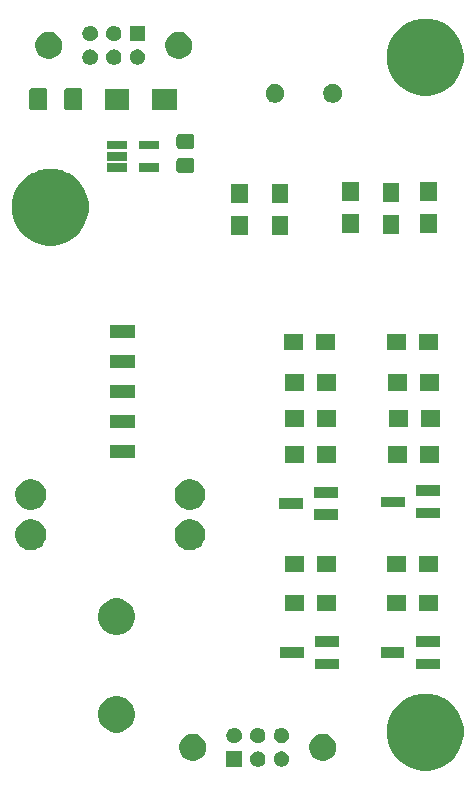
<source format=gbs>
G04 #@! TF.GenerationSoftware,KiCad,Pcbnew,(5.0.0-3-g5ebb6b6)*
G04 #@! TF.CreationDate,2019-01-13T18:40:12-08:00*
G04 #@! TF.ProjectId,vent,76656E742E6B696361645F7063620000,rev?*
G04 #@! TF.SameCoordinates,Original*
G04 #@! TF.FileFunction,Soldermask,Bot*
G04 #@! TF.FilePolarity,Negative*
%FSLAX46Y46*%
G04 Gerber Fmt 4.6, Leading zero omitted, Abs format (unit mm)*
G04 Created by KiCad (PCBNEW (5.0.0-3-g5ebb6b6)) date Sunday, January 13, 2019 at 06:40:12 PM*
%MOMM*%
%LPD*%
G01*
G04 APERTURE LIST*
%ADD10C,0.100000*%
G04 APERTURE END LIST*
D10*
G36*
X166048223Y-118794127D02*
X166609709Y-119026702D01*
X166639833Y-119039180D01*
X167172261Y-119394936D01*
X167625064Y-119847739D01*
X167892682Y-120248259D01*
X167980821Y-120380169D01*
X168225873Y-120971777D01*
X168350800Y-121599824D01*
X168350800Y-122240176D01*
X168246061Y-122766732D01*
X168225873Y-122868223D01*
X167980820Y-123459833D01*
X167625064Y-123992261D01*
X167172261Y-124445064D01*
X166639833Y-124800820D01*
X166639832Y-124800821D01*
X166639831Y-124800821D01*
X166048223Y-125045873D01*
X165420176Y-125170800D01*
X164779824Y-125170800D01*
X164151777Y-125045873D01*
X163560169Y-124800821D01*
X163560168Y-124800821D01*
X163560167Y-124800820D01*
X163027739Y-124445064D01*
X162574936Y-123992261D01*
X162219180Y-123459833D01*
X161974127Y-122868223D01*
X161953939Y-122766732D01*
X161849200Y-122240176D01*
X161849200Y-121599824D01*
X161974127Y-120971777D01*
X162219179Y-120380169D01*
X162307318Y-120248259D01*
X162574936Y-119847739D01*
X163027739Y-119394936D01*
X163560167Y-119039180D01*
X163590292Y-119026702D01*
X164151777Y-118794127D01*
X164779824Y-118669200D01*
X165420176Y-118669200D01*
X166048223Y-118794127D01*
X166048223Y-118794127D01*
G37*
G36*
X151104831Y-123564210D02*
X151223269Y-123613268D01*
X151223273Y-123613271D01*
X151329858Y-123684488D01*
X151420512Y-123775142D01*
X151474108Y-123855356D01*
X151491732Y-123881731D01*
X151540790Y-124000169D01*
X151565800Y-124125902D01*
X151565800Y-124254098D01*
X151540790Y-124379831D01*
X151491732Y-124498269D01*
X151491729Y-124498273D01*
X151420512Y-124604858D01*
X151329858Y-124695512D01*
X151249644Y-124749108D01*
X151223269Y-124766732D01*
X151104831Y-124815790D01*
X150979098Y-124840800D01*
X150850902Y-124840800D01*
X150725169Y-124815790D01*
X150606731Y-124766732D01*
X150580356Y-124749108D01*
X150500142Y-124695512D01*
X150409488Y-124604858D01*
X150338271Y-124498273D01*
X150338268Y-124498269D01*
X150289210Y-124379831D01*
X150264200Y-124254098D01*
X150264200Y-124125902D01*
X150289210Y-124000169D01*
X150338268Y-123881731D01*
X150355892Y-123855356D01*
X150409488Y-123775142D01*
X150500142Y-123684488D01*
X150606727Y-123613271D01*
X150606731Y-123613268D01*
X150725169Y-123564210D01*
X150850902Y-123539200D01*
X150979098Y-123539200D01*
X151104831Y-123564210D01*
X151104831Y-123564210D01*
G37*
G36*
X149565800Y-124840800D02*
X148264200Y-124840800D01*
X148264200Y-123539200D01*
X149565800Y-123539200D01*
X149565800Y-124840800D01*
X149565800Y-124840800D01*
G37*
G36*
X153104831Y-123564210D02*
X153223269Y-123613268D01*
X153223273Y-123613271D01*
X153329858Y-123684488D01*
X153420512Y-123775142D01*
X153474108Y-123855356D01*
X153491732Y-123881731D01*
X153540790Y-124000169D01*
X153565800Y-124125902D01*
X153565800Y-124254098D01*
X153540790Y-124379831D01*
X153491732Y-124498269D01*
X153491729Y-124498273D01*
X153420512Y-124604858D01*
X153329858Y-124695512D01*
X153249644Y-124749108D01*
X153223269Y-124766732D01*
X153104831Y-124815790D01*
X152979098Y-124840800D01*
X152850902Y-124840800D01*
X152725169Y-124815790D01*
X152606731Y-124766732D01*
X152580356Y-124749108D01*
X152500142Y-124695512D01*
X152409488Y-124604858D01*
X152338271Y-124498273D01*
X152338268Y-124498269D01*
X152289210Y-124379831D01*
X152264200Y-124254098D01*
X152264200Y-124125902D01*
X152289210Y-124000169D01*
X152338268Y-123881731D01*
X152355892Y-123855356D01*
X152409488Y-123775142D01*
X152500142Y-123684488D01*
X152606727Y-123613271D01*
X152606731Y-123613268D01*
X152725169Y-123564210D01*
X152850902Y-123539200D01*
X152979098Y-123539200D01*
X153104831Y-123564210D01*
X153104831Y-123564210D01*
G37*
G36*
X145583549Y-122050181D02*
X145750674Y-122083424D01*
X145750677Y-122083425D01*
X145750676Y-122083425D01*
X145960108Y-122170174D01*
X146148592Y-122296115D01*
X146308885Y-122456408D01*
X146434826Y-122644892D01*
X146485292Y-122766729D01*
X146521576Y-122854326D01*
X146565800Y-123076657D01*
X146565800Y-123303343D01*
X146521576Y-123525674D01*
X146521575Y-123525676D01*
X146434826Y-123735108D01*
X146308885Y-123923592D01*
X146148592Y-124083885D01*
X145960108Y-124209826D01*
X145769303Y-124288859D01*
X145750674Y-124296576D01*
X145583549Y-124329819D01*
X145528344Y-124340800D01*
X145301656Y-124340800D01*
X145246451Y-124329819D01*
X145079326Y-124296576D01*
X145060697Y-124288859D01*
X144869892Y-124209826D01*
X144681408Y-124083885D01*
X144521115Y-123923592D01*
X144395174Y-123735108D01*
X144308425Y-123525676D01*
X144308424Y-123525674D01*
X144264200Y-123303343D01*
X144264200Y-123076657D01*
X144308424Y-122854326D01*
X144344708Y-122766729D01*
X144395174Y-122644892D01*
X144521115Y-122456408D01*
X144681408Y-122296115D01*
X144869892Y-122170174D01*
X145079324Y-122083425D01*
X145079323Y-122083425D01*
X145079326Y-122083424D01*
X145246451Y-122050181D01*
X145301656Y-122039200D01*
X145528344Y-122039200D01*
X145583549Y-122050181D01*
X145583549Y-122050181D01*
G37*
G36*
X156583549Y-122050181D02*
X156750674Y-122083424D01*
X156750677Y-122083425D01*
X156750676Y-122083425D01*
X156960108Y-122170174D01*
X157148592Y-122296115D01*
X157308885Y-122456408D01*
X157434826Y-122644892D01*
X157485292Y-122766729D01*
X157521576Y-122854326D01*
X157565800Y-123076657D01*
X157565800Y-123303343D01*
X157521576Y-123525674D01*
X157521575Y-123525676D01*
X157434826Y-123735108D01*
X157308885Y-123923592D01*
X157148592Y-124083885D01*
X156960108Y-124209826D01*
X156769303Y-124288859D01*
X156750674Y-124296576D01*
X156583549Y-124329819D01*
X156528344Y-124340800D01*
X156301656Y-124340800D01*
X156246451Y-124329819D01*
X156079326Y-124296576D01*
X156060697Y-124288859D01*
X155869892Y-124209826D01*
X155681408Y-124083885D01*
X155521115Y-123923592D01*
X155395174Y-123735108D01*
X155308425Y-123525676D01*
X155308424Y-123525674D01*
X155264200Y-123303343D01*
X155264200Y-123076657D01*
X155308424Y-122854326D01*
X155344708Y-122766729D01*
X155395174Y-122644892D01*
X155521115Y-122456408D01*
X155681408Y-122296115D01*
X155869892Y-122170174D01*
X156079324Y-122083425D01*
X156079323Y-122083425D01*
X156079326Y-122083424D01*
X156246451Y-122050181D01*
X156301656Y-122039200D01*
X156528344Y-122039200D01*
X156583549Y-122050181D01*
X156583549Y-122050181D01*
G37*
G36*
X149104831Y-121564210D02*
X149223269Y-121613268D01*
X149223273Y-121613271D01*
X149329858Y-121684488D01*
X149420512Y-121775142D01*
X149474108Y-121855356D01*
X149491732Y-121881731D01*
X149540790Y-122000169D01*
X149565800Y-122125902D01*
X149565800Y-122254098D01*
X149540790Y-122379831D01*
X149491732Y-122498269D01*
X149491729Y-122498273D01*
X149420512Y-122604858D01*
X149329858Y-122695512D01*
X149249644Y-122749108D01*
X149223269Y-122766732D01*
X149104831Y-122815790D01*
X148979098Y-122840800D01*
X148850902Y-122840800D01*
X148725169Y-122815790D01*
X148606731Y-122766732D01*
X148580356Y-122749108D01*
X148500142Y-122695512D01*
X148409488Y-122604858D01*
X148338271Y-122498273D01*
X148338268Y-122498269D01*
X148289210Y-122379831D01*
X148264200Y-122254098D01*
X148264200Y-122125902D01*
X148289210Y-122000169D01*
X148338268Y-121881731D01*
X148355892Y-121855356D01*
X148409488Y-121775142D01*
X148500142Y-121684488D01*
X148606727Y-121613271D01*
X148606731Y-121613268D01*
X148725169Y-121564210D01*
X148850902Y-121539200D01*
X148979098Y-121539200D01*
X149104831Y-121564210D01*
X149104831Y-121564210D01*
G37*
G36*
X151104831Y-121564210D02*
X151223269Y-121613268D01*
X151223273Y-121613271D01*
X151329858Y-121684488D01*
X151420512Y-121775142D01*
X151474108Y-121855356D01*
X151491732Y-121881731D01*
X151540790Y-122000169D01*
X151565800Y-122125902D01*
X151565800Y-122254098D01*
X151540790Y-122379831D01*
X151491732Y-122498269D01*
X151491729Y-122498273D01*
X151420512Y-122604858D01*
X151329858Y-122695512D01*
X151249644Y-122749108D01*
X151223269Y-122766732D01*
X151104831Y-122815790D01*
X150979098Y-122840800D01*
X150850902Y-122840800D01*
X150725169Y-122815790D01*
X150606731Y-122766732D01*
X150580356Y-122749108D01*
X150500142Y-122695512D01*
X150409488Y-122604858D01*
X150338271Y-122498273D01*
X150338268Y-122498269D01*
X150289210Y-122379831D01*
X150264200Y-122254098D01*
X150264200Y-122125902D01*
X150289210Y-122000169D01*
X150338268Y-121881731D01*
X150355892Y-121855356D01*
X150409488Y-121775142D01*
X150500142Y-121684488D01*
X150606727Y-121613271D01*
X150606731Y-121613268D01*
X150725169Y-121564210D01*
X150850902Y-121539200D01*
X150979098Y-121539200D01*
X151104831Y-121564210D01*
X151104831Y-121564210D01*
G37*
G36*
X153104831Y-121564210D02*
X153223269Y-121613268D01*
X153223273Y-121613271D01*
X153329858Y-121684488D01*
X153420512Y-121775142D01*
X153474108Y-121855356D01*
X153491732Y-121881731D01*
X153540790Y-122000169D01*
X153565800Y-122125902D01*
X153565800Y-122254098D01*
X153540790Y-122379831D01*
X153491732Y-122498269D01*
X153491729Y-122498273D01*
X153420512Y-122604858D01*
X153329858Y-122695512D01*
X153249644Y-122749108D01*
X153223269Y-122766732D01*
X153104831Y-122815790D01*
X152979098Y-122840800D01*
X152850902Y-122840800D01*
X152725169Y-122815790D01*
X152606731Y-122766732D01*
X152580356Y-122749108D01*
X152500142Y-122695512D01*
X152409488Y-122604858D01*
X152338271Y-122498273D01*
X152338268Y-122498269D01*
X152289210Y-122379831D01*
X152264200Y-122254098D01*
X152264200Y-122125902D01*
X152289210Y-122000169D01*
X152338268Y-121881731D01*
X152355892Y-121855356D01*
X152409488Y-121775142D01*
X152500142Y-121684488D01*
X152606727Y-121613271D01*
X152606731Y-121613268D01*
X152725169Y-121564210D01*
X152850902Y-121539200D01*
X152979098Y-121539200D01*
X153104831Y-121564210D01*
X153104831Y-121564210D01*
G37*
G36*
X139390352Y-118909796D02*
X139672579Y-119026699D01*
X139926578Y-119196415D01*
X140142585Y-119412422D01*
X140312301Y-119666421D01*
X140429204Y-119948648D01*
X140488800Y-120248259D01*
X140488800Y-120553741D01*
X140429204Y-120853352D01*
X140312301Y-121135579D01*
X140142585Y-121389578D01*
X139926578Y-121605585D01*
X139672579Y-121775301D01*
X139390352Y-121892204D01*
X139090741Y-121951800D01*
X138785259Y-121951800D01*
X138485648Y-121892204D01*
X138203421Y-121775301D01*
X137949422Y-121605585D01*
X137733415Y-121389578D01*
X137563699Y-121135579D01*
X137446796Y-120853352D01*
X137387200Y-120553741D01*
X137387200Y-120248259D01*
X137446796Y-119948648D01*
X137563699Y-119666421D01*
X137733415Y-119412422D01*
X137949422Y-119196415D01*
X138203421Y-119026699D01*
X138485648Y-118909796D01*
X138785259Y-118850200D01*
X139090741Y-118850200D01*
X139390352Y-118909796D01*
X139390352Y-118909796D01*
G37*
G36*
X166330800Y-116589800D02*
X164329200Y-116589800D01*
X164329200Y-115688200D01*
X166330800Y-115688200D01*
X166330800Y-116589800D01*
X166330800Y-116589800D01*
G37*
G36*
X157797800Y-116589800D02*
X155796200Y-116589800D01*
X155796200Y-115688200D01*
X157797800Y-115688200D01*
X157797800Y-116589800D01*
X157797800Y-116589800D01*
G37*
G36*
X163330800Y-115639800D02*
X161329200Y-115639800D01*
X161329200Y-114738200D01*
X163330800Y-114738200D01*
X163330800Y-115639800D01*
X163330800Y-115639800D01*
G37*
G36*
X154797800Y-115639800D02*
X152796200Y-115639800D01*
X152796200Y-114738200D01*
X154797800Y-114738200D01*
X154797800Y-115639800D01*
X154797800Y-115639800D01*
G37*
G36*
X166330800Y-114689800D02*
X164329200Y-114689800D01*
X164329200Y-113788200D01*
X166330800Y-113788200D01*
X166330800Y-114689800D01*
X166330800Y-114689800D01*
G37*
G36*
X157797800Y-114689800D02*
X155796200Y-114689800D01*
X155796200Y-113788200D01*
X157797800Y-113788200D01*
X157797800Y-114689800D01*
X157797800Y-114689800D01*
G37*
G36*
X139390352Y-110659796D02*
X139672579Y-110776699D01*
X139926578Y-110946415D01*
X140142585Y-111162422D01*
X140312301Y-111416421D01*
X140429204Y-111698648D01*
X140488800Y-111998259D01*
X140488800Y-112303741D01*
X140429204Y-112603352D01*
X140312301Y-112885579D01*
X140142585Y-113139578D01*
X139926578Y-113355585D01*
X139672579Y-113525301D01*
X139390352Y-113642204D01*
X139090741Y-113701800D01*
X138785259Y-113701800D01*
X138485648Y-113642204D01*
X138203421Y-113525301D01*
X137949422Y-113355585D01*
X137733415Y-113139578D01*
X137563699Y-112885579D01*
X137446796Y-112603352D01*
X137387200Y-112303741D01*
X137387200Y-111998259D01*
X137446796Y-111698648D01*
X137563699Y-111416421D01*
X137733415Y-111162422D01*
X137949422Y-110946415D01*
X138203421Y-110776699D01*
X138485648Y-110659796D01*
X138785259Y-110600200D01*
X139090741Y-110600200D01*
X139390352Y-110659796D01*
X139390352Y-110659796D01*
G37*
G36*
X154851800Y-111698800D02*
X153250200Y-111698800D01*
X153250200Y-110297200D01*
X154851800Y-110297200D01*
X154851800Y-111698800D01*
X154851800Y-111698800D01*
G37*
G36*
X157551800Y-111698800D02*
X155950200Y-111698800D01*
X155950200Y-110297200D01*
X157551800Y-110297200D01*
X157551800Y-111698800D01*
X157551800Y-111698800D01*
G37*
G36*
X166154800Y-111698800D02*
X164553200Y-111698800D01*
X164553200Y-110297200D01*
X166154800Y-110297200D01*
X166154800Y-111698800D01*
X166154800Y-111698800D01*
G37*
G36*
X163454800Y-111698800D02*
X161853200Y-111698800D01*
X161853200Y-110297200D01*
X163454800Y-110297200D01*
X163454800Y-111698800D01*
X163454800Y-111698800D01*
G37*
G36*
X157551800Y-108396800D02*
X155950200Y-108396800D01*
X155950200Y-106995200D01*
X157551800Y-106995200D01*
X157551800Y-108396800D01*
X157551800Y-108396800D01*
G37*
G36*
X154851800Y-108396800D02*
X153250200Y-108396800D01*
X153250200Y-106995200D01*
X154851800Y-106995200D01*
X154851800Y-108396800D01*
X154851800Y-108396800D01*
G37*
G36*
X163454800Y-108396800D02*
X161853200Y-108396800D01*
X161853200Y-106995200D01*
X163454800Y-106995200D01*
X163454800Y-108396800D01*
X163454800Y-108396800D01*
G37*
G36*
X166154800Y-108396800D02*
X164553200Y-108396800D01*
X164553200Y-106995200D01*
X166154800Y-106995200D01*
X166154800Y-108396800D01*
X166154800Y-108396800D01*
G37*
G36*
X145527391Y-103950800D02*
X145544429Y-103954189D01*
X145781162Y-104052247D01*
X145994209Y-104194600D01*
X146175400Y-104375791D01*
X146317753Y-104588838D01*
X146415811Y-104825571D01*
X146465800Y-105076883D01*
X146465800Y-105333117D01*
X146415811Y-105584429D01*
X146317753Y-105821162D01*
X146175400Y-106034209D01*
X145994209Y-106215400D01*
X145781162Y-106357753D01*
X145781161Y-106357754D01*
X145781160Y-106357754D01*
X145544429Y-106455811D01*
X145293118Y-106505800D01*
X145036882Y-106505800D01*
X144785571Y-106455811D01*
X144548840Y-106357754D01*
X144548839Y-106357754D01*
X144548838Y-106357753D01*
X144335791Y-106215400D01*
X144154600Y-106034209D01*
X144012247Y-105821162D01*
X143914189Y-105584429D01*
X143864200Y-105333117D01*
X143864200Y-105076883D01*
X143914189Y-104825571D01*
X144012247Y-104588838D01*
X144154600Y-104375791D01*
X144335791Y-104194600D01*
X144548838Y-104052247D01*
X144785571Y-103954189D01*
X144802609Y-103950800D01*
X145036882Y-103904200D01*
X145293118Y-103904200D01*
X145527391Y-103950800D01*
X145527391Y-103950800D01*
G37*
G36*
X132057391Y-103950800D02*
X132074429Y-103954189D01*
X132311162Y-104052247D01*
X132524209Y-104194600D01*
X132705400Y-104375791D01*
X132847753Y-104588838D01*
X132945811Y-104825571D01*
X132995800Y-105076883D01*
X132995800Y-105333117D01*
X132945811Y-105584429D01*
X132847753Y-105821162D01*
X132705400Y-106034209D01*
X132524209Y-106215400D01*
X132311162Y-106357753D01*
X132311161Y-106357754D01*
X132311160Y-106357754D01*
X132074429Y-106455811D01*
X131823118Y-106505800D01*
X131566882Y-106505800D01*
X131315571Y-106455811D01*
X131078840Y-106357754D01*
X131078839Y-106357754D01*
X131078838Y-106357753D01*
X130865791Y-106215400D01*
X130684600Y-106034209D01*
X130542247Y-105821162D01*
X130444189Y-105584429D01*
X130394200Y-105333117D01*
X130394200Y-105076883D01*
X130444189Y-104825571D01*
X130542247Y-104588838D01*
X130684600Y-104375791D01*
X130865791Y-104194600D01*
X131078838Y-104052247D01*
X131315571Y-103954189D01*
X131332609Y-103950800D01*
X131566882Y-103904200D01*
X131823118Y-103904200D01*
X132057391Y-103950800D01*
X132057391Y-103950800D01*
G37*
G36*
X157718800Y-103950800D02*
X155717200Y-103950800D01*
X155717200Y-103049200D01*
X157718800Y-103049200D01*
X157718800Y-103950800D01*
X157718800Y-103950800D01*
G37*
G36*
X166354800Y-103823800D02*
X164353200Y-103823800D01*
X164353200Y-102922200D01*
X166354800Y-102922200D01*
X166354800Y-103823800D01*
X166354800Y-103823800D01*
G37*
G36*
X145544429Y-100554189D02*
X145781162Y-100652247D01*
X145994209Y-100794600D01*
X146175400Y-100975791D01*
X146317753Y-101188838D01*
X146317754Y-101188840D01*
X146415811Y-101425571D01*
X146465800Y-101676882D01*
X146465800Y-101933118D01*
X146432764Y-102099200D01*
X146415811Y-102184429D01*
X146317753Y-102421162D01*
X146175400Y-102634209D01*
X145994209Y-102815400D01*
X145781162Y-102957753D01*
X145781161Y-102957754D01*
X145781160Y-102957754D01*
X145544429Y-103055811D01*
X145293118Y-103105800D01*
X145036882Y-103105800D01*
X144785571Y-103055811D01*
X144548840Y-102957754D01*
X144548839Y-102957754D01*
X144548838Y-102957753D01*
X144335791Y-102815400D01*
X144154600Y-102634209D01*
X144012247Y-102421162D01*
X143914189Y-102184429D01*
X143897236Y-102099200D01*
X143864200Y-101933118D01*
X143864200Y-101676882D01*
X143914189Y-101425571D01*
X144012246Y-101188840D01*
X144012247Y-101188838D01*
X144154600Y-100975791D01*
X144335791Y-100794600D01*
X144548838Y-100652247D01*
X144785571Y-100554189D01*
X145036882Y-100504200D01*
X145293118Y-100504200D01*
X145544429Y-100554189D01*
X145544429Y-100554189D01*
G37*
G36*
X132074429Y-100554189D02*
X132311162Y-100652247D01*
X132524209Y-100794600D01*
X132705400Y-100975791D01*
X132847753Y-101188838D01*
X132847754Y-101188840D01*
X132945811Y-101425571D01*
X132995800Y-101676882D01*
X132995800Y-101933118D01*
X132962764Y-102099200D01*
X132945811Y-102184429D01*
X132847753Y-102421162D01*
X132705400Y-102634209D01*
X132524209Y-102815400D01*
X132311162Y-102957753D01*
X132311161Y-102957754D01*
X132311160Y-102957754D01*
X132074429Y-103055811D01*
X131823118Y-103105800D01*
X131566882Y-103105800D01*
X131315571Y-103055811D01*
X131078840Y-102957754D01*
X131078839Y-102957754D01*
X131078838Y-102957753D01*
X130865791Y-102815400D01*
X130684600Y-102634209D01*
X130542247Y-102421162D01*
X130444189Y-102184429D01*
X130427236Y-102099200D01*
X130394200Y-101933118D01*
X130394200Y-101676882D01*
X130444189Y-101425571D01*
X130542246Y-101188840D01*
X130542247Y-101188838D01*
X130684600Y-100975791D01*
X130865791Y-100794600D01*
X131078838Y-100652247D01*
X131315571Y-100554189D01*
X131566882Y-100504200D01*
X131823118Y-100504200D01*
X132074429Y-100554189D01*
X132074429Y-100554189D01*
G37*
G36*
X154718800Y-103000800D02*
X152717200Y-103000800D01*
X152717200Y-102099200D01*
X154718800Y-102099200D01*
X154718800Y-103000800D01*
X154718800Y-103000800D01*
G37*
G36*
X163354800Y-102873800D02*
X161353200Y-102873800D01*
X161353200Y-101972200D01*
X163354800Y-101972200D01*
X163354800Y-102873800D01*
X163354800Y-102873800D01*
G37*
G36*
X157718800Y-102050800D02*
X155717200Y-102050800D01*
X155717200Y-101149200D01*
X157718800Y-101149200D01*
X157718800Y-102050800D01*
X157718800Y-102050800D01*
G37*
G36*
X166354800Y-101923800D02*
X164353200Y-101923800D01*
X164353200Y-101022200D01*
X166354800Y-101022200D01*
X166354800Y-101923800D01*
X166354800Y-101923800D01*
G37*
G36*
X166281800Y-99125800D02*
X164680200Y-99125800D01*
X164680200Y-97724200D01*
X166281800Y-97724200D01*
X166281800Y-99125800D01*
X166281800Y-99125800D01*
G37*
G36*
X154851800Y-99125800D02*
X153250200Y-99125800D01*
X153250200Y-97724200D01*
X154851800Y-97724200D01*
X154851800Y-99125800D01*
X154851800Y-99125800D01*
G37*
G36*
X157551800Y-99125800D02*
X155950200Y-99125800D01*
X155950200Y-97724200D01*
X157551800Y-97724200D01*
X157551800Y-99125800D01*
X157551800Y-99125800D01*
G37*
G36*
X163581800Y-99125800D02*
X161980200Y-99125800D01*
X161980200Y-97724200D01*
X163581800Y-97724200D01*
X163581800Y-99125800D01*
X163581800Y-99125800D01*
G37*
G36*
X140496800Y-98721800D02*
X138395200Y-98721800D01*
X138395200Y-97620200D01*
X140496800Y-97620200D01*
X140496800Y-98721800D01*
X140496800Y-98721800D01*
G37*
G36*
X140496800Y-96181800D02*
X138395200Y-96181800D01*
X138395200Y-95080200D01*
X140496800Y-95080200D01*
X140496800Y-96181800D01*
X140496800Y-96181800D01*
G37*
G36*
X166314800Y-96077800D02*
X164713200Y-96077800D01*
X164713200Y-94676200D01*
X166314800Y-94676200D01*
X166314800Y-96077800D01*
X166314800Y-96077800D01*
G37*
G36*
X163614800Y-96077800D02*
X162013200Y-96077800D01*
X162013200Y-94676200D01*
X163614800Y-94676200D01*
X163614800Y-96077800D01*
X163614800Y-96077800D01*
G37*
G36*
X157518800Y-96077800D02*
X155917200Y-96077800D01*
X155917200Y-94676200D01*
X157518800Y-94676200D01*
X157518800Y-96077800D01*
X157518800Y-96077800D01*
G37*
G36*
X154818800Y-96077800D02*
X153217200Y-96077800D01*
X153217200Y-94676200D01*
X154818800Y-94676200D01*
X154818800Y-96077800D01*
X154818800Y-96077800D01*
G37*
G36*
X140496800Y-93641800D02*
X138395200Y-93641800D01*
X138395200Y-92540200D01*
X140496800Y-92540200D01*
X140496800Y-93641800D01*
X140496800Y-93641800D01*
G37*
G36*
X154818800Y-93029800D02*
X153217200Y-93029800D01*
X153217200Y-91628200D01*
X154818800Y-91628200D01*
X154818800Y-93029800D01*
X154818800Y-93029800D01*
G37*
G36*
X163581800Y-93029800D02*
X161980200Y-93029800D01*
X161980200Y-91628200D01*
X163581800Y-91628200D01*
X163581800Y-93029800D01*
X163581800Y-93029800D01*
G37*
G36*
X157518800Y-93029800D02*
X155917200Y-93029800D01*
X155917200Y-91628200D01*
X157518800Y-91628200D01*
X157518800Y-93029800D01*
X157518800Y-93029800D01*
G37*
G36*
X166281800Y-93029800D02*
X164680200Y-93029800D01*
X164680200Y-91628200D01*
X166281800Y-91628200D01*
X166281800Y-93029800D01*
X166281800Y-93029800D01*
G37*
G36*
X140496800Y-91101800D02*
X138395200Y-91101800D01*
X138395200Y-90000200D01*
X140496800Y-90000200D01*
X140496800Y-91101800D01*
X140496800Y-91101800D01*
G37*
G36*
X166187800Y-89600800D02*
X164586200Y-89600800D01*
X164586200Y-88199200D01*
X166187800Y-88199200D01*
X166187800Y-89600800D01*
X166187800Y-89600800D01*
G37*
G36*
X163487800Y-89600800D02*
X161886200Y-89600800D01*
X161886200Y-88199200D01*
X163487800Y-88199200D01*
X163487800Y-89600800D01*
X163487800Y-89600800D01*
G37*
G36*
X154724800Y-89600800D02*
X153123200Y-89600800D01*
X153123200Y-88199200D01*
X154724800Y-88199200D01*
X154724800Y-89600800D01*
X154724800Y-89600800D01*
G37*
G36*
X157424800Y-89600800D02*
X155823200Y-89600800D01*
X155823200Y-88199200D01*
X157424800Y-88199200D01*
X157424800Y-89600800D01*
X157424800Y-89600800D01*
G37*
G36*
X140496800Y-88561800D02*
X138395200Y-88561800D01*
X138395200Y-87460200D01*
X140496800Y-87460200D01*
X140496800Y-88561800D01*
X140496800Y-88561800D01*
G37*
G36*
X134298223Y-74344127D02*
X134764075Y-74537089D01*
X134889833Y-74589180D01*
X135422261Y-74944936D01*
X135875064Y-75397739D01*
X136230820Y-75930167D01*
X136475873Y-76521777D01*
X136600800Y-77149825D01*
X136600800Y-77790175D01*
X136475873Y-78418223D01*
X136230820Y-79009833D01*
X135875064Y-79542261D01*
X135422261Y-79995064D01*
X134889833Y-80350820D01*
X134889832Y-80350821D01*
X134889831Y-80350821D01*
X134298223Y-80595873D01*
X133670176Y-80720800D01*
X133029824Y-80720800D01*
X132401777Y-80595873D01*
X131810169Y-80350821D01*
X131810168Y-80350821D01*
X131810167Y-80350820D01*
X131277739Y-79995064D01*
X130824936Y-79542261D01*
X130469180Y-79009833D01*
X130224127Y-78418223D01*
X130099200Y-77790175D01*
X130099200Y-77149825D01*
X130224127Y-76521777D01*
X130469180Y-75930167D01*
X130824936Y-75397739D01*
X131277739Y-74944936D01*
X131810167Y-74589180D01*
X131935926Y-74537089D01*
X132401777Y-74344127D01*
X133029824Y-74219200D01*
X133670176Y-74219200D01*
X134298223Y-74344127D01*
X134298223Y-74344127D01*
G37*
G36*
X150052800Y-79794800D02*
X148651200Y-79794800D01*
X148651200Y-78193200D01*
X150052800Y-78193200D01*
X150052800Y-79794800D01*
X150052800Y-79794800D01*
G37*
G36*
X153481800Y-79794800D02*
X152080200Y-79794800D01*
X152080200Y-78193200D01*
X153481800Y-78193200D01*
X153481800Y-79794800D01*
X153481800Y-79794800D01*
G37*
G36*
X162879800Y-79700800D02*
X161478200Y-79700800D01*
X161478200Y-78099200D01*
X162879800Y-78099200D01*
X162879800Y-79700800D01*
X162879800Y-79700800D01*
G37*
G36*
X159450800Y-79667800D02*
X158049200Y-79667800D01*
X158049200Y-78066200D01*
X159450800Y-78066200D01*
X159450800Y-79667800D01*
X159450800Y-79667800D01*
G37*
G36*
X166054800Y-79667800D02*
X164653200Y-79667800D01*
X164653200Y-78066200D01*
X166054800Y-78066200D01*
X166054800Y-79667800D01*
X166054800Y-79667800D01*
G37*
G36*
X150052800Y-77094800D02*
X148651200Y-77094800D01*
X148651200Y-75493200D01*
X150052800Y-75493200D01*
X150052800Y-77094800D01*
X150052800Y-77094800D01*
G37*
G36*
X153481800Y-77094800D02*
X152080200Y-77094800D01*
X152080200Y-75493200D01*
X153481800Y-75493200D01*
X153481800Y-77094800D01*
X153481800Y-77094800D01*
G37*
G36*
X162879800Y-77000800D02*
X161478200Y-77000800D01*
X161478200Y-75399200D01*
X162879800Y-75399200D01*
X162879800Y-77000800D01*
X162879800Y-77000800D01*
G37*
G36*
X166054800Y-76967800D02*
X164653200Y-76967800D01*
X164653200Y-75366200D01*
X166054800Y-75366200D01*
X166054800Y-76967800D01*
X166054800Y-76967800D01*
G37*
G36*
X159450800Y-76967800D02*
X158049200Y-76967800D01*
X158049200Y-75366200D01*
X159450800Y-75366200D01*
X159450800Y-76967800D01*
X159450800Y-76967800D01*
G37*
G36*
X145346391Y-73310962D02*
X145389286Y-73323974D01*
X145428812Y-73345101D01*
X145463462Y-73373538D01*
X145491899Y-73408188D01*
X145513026Y-73447714D01*
X145526038Y-73490609D01*
X145530800Y-73538959D01*
X145530800Y-74325041D01*
X145526038Y-74373391D01*
X145513026Y-74416286D01*
X145491899Y-74455812D01*
X145463462Y-74490462D01*
X145428812Y-74518899D01*
X145389286Y-74540026D01*
X145346391Y-74553038D01*
X145298041Y-74557800D01*
X144261959Y-74557800D01*
X144213609Y-74553038D01*
X144170714Y-74540026D01*
X144131188Y-74518899D01*
X144096538Y-74490462D01*
X144068101Y-74455812D01*
X144046974Y-74416286D01*
X144033962Y-74373391D01*
X144029200Y-74325041D01*
X144029200Y-73538959D01*
X144033962Y-73490609D01*
X144046974Y-73447714D01*
X144068101Y-73408188D01*
X144096538Y-73373538D01*
X144131188Y-73345101D01*
X144170714Y-73323974D01*
X144213609Y-73310962D01*
X144261959Y-73306200D01*
X145298041Y-73306200D01*
X145346391Y-73310962D01*
X145346391Y-73310962D01*
G37*
G36*
X142515800Y-74477800D02*
X140854200Y-74477800D01*
X140854200Y-73726200D01*
X142515800Y-73726200D01*
X142515800Y-74477800D01*
X142515800Y-74477800D01*
G37*
G36*
X139815800Y-74477800D02*
X138154200Y-74477800D01*
X138154200Y-73726200D01*
X139815800Y-73726200D01*
X139815800Y-74477800D01*
X139815800Y-74477800D01*
G37*
G36*
X139815800Y-73527800D02*
X138154200Y-73527800D01*
X138154200Y-72776200D01*
X139815800Y-72776200D01*
X139815800Y-73527800D01*
X139815800Y-73527800D01*
G37*
G36*
X142515800Y-72577800D02*
X140854200Y-72577800D01*
X140854200Y-71826200D01*
X142515800Y-71826200D01*
X142515800Y-72577800D01*
X142515800Y-72577800D01*
G37*
G36*
X139815800Y-72577800D02*
X138154200Y-72577800D01*
X138154200Y-71826200D01*
X139815800Y-71826200D01*
X139815800Y-72577800D01*
X139815800Y-72577800D01*
G37*
G36*
X145346391Y-71260962D02*
X145389286Y-71273974D01*
X145428812Y-71295101D01*
X145463462Y-71323538D01*
X145491899Y-71358188D01*
X145513026Y-71397714D01*
X145526038Y-71440609D01*
X145530800Y-71488959D01*
X145530800Y-72275041D01*
X145526038Y-72323391D01*
X145513026Y-72366286D01*
X145491899Y-72405812D01*
X145463462Y-72440462D01*
X145428812Y-72468899D01*
X145389286Y-72490026D01*
X145346391Y-72503038D01*
X145298041Y-72507800D01*
X144261959Y-72507800D01*
X144213609Y-72503038D01*
X144170714Y-72490026D01*
X144131188Y-72468899D01*
X144096538Y-72440462D01*
X144068101Y-72405812D01*
X144046974Y-72366286D01*
X144033962Y-72323391D01*
X144029200Y-72275041D01*
X144029200Y-71488959D01*
X144033962Y-71440609D01*
X144046974Y-71397714D01*
X144068101Y-71358188D01*
X144096538Y-71323538D01*
X144131188Y-71295101D01*
X144170714Y-71273974D01*
X144213609Y-71260962D01*
X144261959Y-71256200D01*
X145298041Y-71256200D01*
X145346391Y-71260962D01*
X145346391Y-71260962D01*
G37*
G36*
X132921466Y-67404757D02*
X132962360Y-67417162D01*
X133000049Y-67437307D01*
X133033083Y-67464417D01*
X133060193Y-67497451D01*
X133080338Y-67535140D01*
X133092743Y-67576034D01*
X133097300Y-67622305D01*
X133097300Y-69029695D01*
X133092743Y-69075966D01*
X133080338Y-69116860D01*
X133060193Y-69154549D01*
X133033083Y-69187583D01*
X133000049Y-69214693D01*
X132962360Y-69234838D01*
X132921466Y-69247243D01*
X132875195Y-69251800D01*
X131792805Y-69251800D01*
X131746534Y-69247243D01*
X131705640Y-69234838D01*
X131667951Y-69214693D01*
X131634917Y-69187583D01*
X131607807Y-69154549D01*
X131587662Y-69116860D01*
X131575257Y-69075966D01*
X131570700Y-69029695D01*
X131570700Y-67622305D01*
X131575257Y-67576034D01*
X131587662Y-67535140D01*
X131607807Y-67497451D01*
X131634917Y-67464417D01*
X131667951Y-67437307D01*
X131705640Y-67417162D01*
X131746534Y-67404757D01*
X131792805Y-67400200D01*
X132875195Y-67400200D01*
X132921466Y-67404757D01*
X132921466Y-67404757D01*
G37*
G36*
X135896466Y-67404757D02*
X135937360Y-67417162D01*
X135975049Y-67437307D01*
X136008083Y-67464417D01*
X136035193Y-67497451D01*
X136055338Y-67535140D01*
X136067743Y-67576034D01*
X136072300Y-67622305D01*
X136072300Y-69029695D01*
X136067743Y-69075966D01*
X136055338Y-69116860D01*
X136035193Y-69154549D01*
X136008083Y-69187583D01*
X135975049Y-69214693D01*
X135937360Y-69234838D01*
X135896466Y-69247243D01*
X135850195Y-69251800D01*
X134767805Y-69251800D01*
X134721534Y-69247243D01*
X134680640Y-69234838D01*
X134642951Y-69214693D01*
X134609917Y-69187583D01*
X134582807Y-69154549D01*
X134562662Y-69116860D01*
X134550257Y-69075966D01*
X134545700Y-69029695D01*
X134545700Y-67622305D01*
X134550257Y-67576034D01*
X134562662Y-67535140D01*
X134582807Y-67497451D01*
X134609917Y-67464417D01*
X134642951Y-67437307D01*
X134680640Y-67417162D01*
X134721534Y-67404757D01*
X134767805Y-67400200D01*
X135850195Y-67400200D01*
X135896466Y-67404757D01*
X135896466Y-67404757D01*
G37*
G36*
X140052800Y-69226800D02*
X137951200Y-69226800D01*
X137951200Y-67425200D01*
X140052800Y-67425200D01*
X140052800Y-69226800D01*
X140052800Y-69226800D01*
G37*
G36*
X144052800Y-69226800D02*
X141951200Y-69226800D01*
X141951200Y-67425200D01*
X144052800Y-67425200D01*
X144052800Y-69226800D01*
X144052800Y-69226800D01*
G37*
G36*
X152604985Y-67047974D02*
X152750721Y-67108340D01*
X152881880Y-67195978D01*
X152993422Y-67307520D01*
X153081060Y-67438679D01*
X153141426Y-67584415D01*
X153172200Y-67739128D01*
X153172200Y-67896872D01*
X153141426Y-68051585D01*
X153081060Y-68197321D01*
X152993422Y-68328480D01*
X152881880Y-68440022D01*
X152750721Y-68527660D01*
X152604985Y-68588026D01*
X152450272Y-68618800D01*
X152292528Y-68618800D01*
X152137815Y-68588026D01*
X151992079Y-68527660D01*
X151860920Y-68440022D01*
X151749378Y-68328480D01*
X151661740Y-68197321D01*
X151601374Y-68051585D01*
X151570600Y-67896872D01*
X151570600Y-67739128D01*
X151601374Y-67584415D01*
X151661740Y-67438679D01*
X151749378Y-67307520D01*
X151860920Y-67195978D01*
X151992079Y-67108340D01*
X152137815Y-67047974D01*
X152292528Y-67017200D01*
X152450272Y-67017200D01*
X152604985Y-67047974D01*
X152604985Y-67047974D01*
G37*
G36*
X157484985Y-67047974D02*
X157630721Y-67108340D01*
X157761880Y-67195978D01*
X157873422Y-67307520D01*
X157961060Y-67438679D01*
X158021426Y-67584415D01*
X158052200Y-67739128D01*
X158052200Y-67896872D01*
X158021426Y-68051585D01*
X157961060Y-68197321D01*
X157873422Y-68328480D01*
X157761880Y-68440022D01*
X157630721Y-68527660D01*
X157484985Y-68588026D01*
X157330272Y-68618800D01*
X157172528Y-68618800D01*
X157017815Y-68588026D01*
X156872079Y-68527660D01*
X156740920Y-68440022D01*
X156629378Y-68328480D01*
X156541740Y-68197321D01*
X156481374Y-68051585D01*
X156450600Y-67896872D01*
X156450600Y-67739128D01*
X156481374Y-67584415D01*
X156541740Y-67438679D01*
X156629378Y-67307520D01*
X156740920Y-67195978D01*
X156872079Y-67108340D01*
X157017815Y-67047974D01*
X157172528Y-67017200D01*
X157330272Y-67017200D01*
X157484985Y-67047974D01*
X157484985Y-67047974D01*
G37*
G36*
X166048223Y-61644127D02*
X166639833Y-61889180D01*
X167172261Y-62244936D01*
X167625064Y-62697739D01*
X167980820Y-63230167D01*
X167980821Y-63230169D01*
X168225873Y-63821777D01*
X168320821Y-64299108D01*
X168350800Y-64449825D01*
X168350800Y-65090175D01*
X168225873Y-65718223D01*
X167980820Y-66309833D01*
X167625064Y-66842261D01*
X167172261Y-67295064D01*
X166639833Y-67650820D01*
X166639832Y-67650821D01*
X166639831Y-67650821D01*
X166048223Y-67895873D01*
X165420176Y-68020800D01*
X164779824Y-68020800D01*
X164151777Y-67895873D01*
X163560169Y-67650821D01*
X163560168Y-67650821D01*
X163560167Y-67650820D01*
X163027739Y-67295064D01*
X162574936Y-66842261D01*
X162219180Y-66309833D01*
X161974127Y-65718223D01*
X161849200Y-65090175D01*
X161849200Y-64449825D01*
X161879180Y-64299108D01*
X161974127Y-63821777D01*
X162219179Y-63230169D01*
X162219180Y-63230167D01*
X162574936Y-62697739D01*
X163027739Y-62244936D01*
X163560167Y-61889180D01*
X164151777Y-61644127D01*
X164779824Y-61519200D01*
X165420176Y-61519200D01*
X166048223Y-61644127D01*
X166048223Y-61644127D01*
G37*
G36*
X138912831Y-64128210D02*
X139031269Y-64177268D01*
X139031273Y-64177271D01*
X139137858Y-64248488D01*
X139228512Y-64339142D01*
X139282108Y-64419356D01*
X139299732Y-64445731D01*
X139348790Y-64564169D01*
X139373800Y-64689902D01*
X139373800Y-64818098D01*
X139348790Y-64943831D01*
X139299732Y-65062269D01*
X139299729Y-65062273D01*
X139228512Y-65168858D01*
X139137858Y-65259512D01*
X139057644Y-65313108D01*
X139031269Y-65330732D01*
X138912831Y-65379790D01*
X138787098Y-65404800D01*
X138658902Y-65404800D01*
X138533169Y-65379790D01*
X138414731Y-65330732D01*
X138388356Y-65313108D01*
X138308142Y-65259512D01*
X138217488Y-65168858D01*
X138146271Y-65062273D01*
X138146268Y-65062269D01*
X138097210Y-64943831D01*
X138072200Y-64818098D01*
X138072200Y-64689902D01*
X138097210Y-64564169D01*
X138146268Y-64445731D01*
X138163892Y-64419356D01*
X138217488Y-64339142D01*
X138308142Y-64248488D01*
X138414727Y-64177271D01*
X138414731Y-64177268D01*
X138533169Y-64128210D01*
X138658902Y-64103200D01*
X138787098Y-64103200D01*
X138912831Y-64128210D01*
X138912831Y-64128210D01*
G37*
G36*
X136912831Y-64128210D02*
X137031269Y-64177268D01*
X137031273Y-64177271D01*
X137137858Y-64248488D01*
X137228512Y-64339142D01*
X137282108Y-64419356D01*
X137299732Y-64445731D01*
X137348790Y-64564169D01*
X137373800Y-64689902D01*
X137373800Y-64818098D01*
X137348790Y-64943831D01*
X137299732Y-65062269D01*
X137299729Y-65062273D01*
X137228512Y-65168858D01*
X137137858Y-65259512D01*
X137057644Y-65313108D01*
X137031269Y-65330732D01*
X136912831Y-65379790D01*
X136787098Y-65404800D01*
X136658902Y-65404800D01*
X136533169Y-65379790D01*
X136414731Y-65330732D01*
X136388356Y-65313108D01*
X136308142Y-65259512D01*
X136217488Y-65168858D01*
X136146271Y-65062273D01*
X136146268Y-65062269D01*
X136097210Y-64943831D01*
X136072200Y-64818098D01*
X136072200Y-64689902D01*
X136097210Y-64564169D01*
X136146268Y-64445731D01*
X136163892Y-64419356D01*
X136217488Y-64339142D01*
X136308142Y-64248488D01*
X136414727Y-64177271D01*
X136414731Y-64177268D01*
X136533169Y-64128210D01*
X136658902Y-64103200D01*
X136787098Y-64103200D01*
X136912831Y-64128210D01*
X136912831Y-64128210D01*
G37*
G36*
X140912831Y-64128210D02*
X141031269Y-64177268D01*
X141031273Y-64177271D01*
X141137858Y-64248488D01*
X141228512Y-64339142D01*
X141282108Y-64419356D01*
X141299732Y-64445731D01*
X141348790Y-64564169D01*
X141373800Y-64689902D01*
X141373800Y-64818098D01*
X141348790Y-64943831D01*
X141299732Y-65062269D01*
X141299729Y-65062273D01*
X141228512Y-65168858D01*
X141137858Y-65259512D01*
X141057644Y-65313108D01*
X141031269Y-65330732D01*
X140912831Y-65379790D01*
X140787098Y-65404800D01*
X140658902Y-65404800D01*
X140533169Y-65379790D01*
X140414731Y-65330732D01*
X140388356Y-65313108D01*
X140308142Y-65259512D01*
X140217488Y-65168858D01*
X140146271Y-65062273D01*
X140146268Y-65062269D01*
X140097210Y-64943831D01*
X140072200Y-64818098D01*
X140072200Y-64689902D01*
X140097210Y-64564169D01*
X140146268Y-64445731D01*
X140163892Y-64419356D01*
X140217488Y-64339142D01*
X140308142Y-64248488D01*
X140414727Y-64177271D01*
X140414731Y-64177268D01*
X140533169Y-64128210D01*
X140658902Y-64103200D01*
X140787098Y-64103200D01*
X140912831Y-64128210D01*
X140912831Y-64128210D01*
G37*
G36*
X144391549Y-62614181D02*
X144558674Y-62647424D01*
X144558677Y-62647425D01*
X144558676Y-62647425D01*
X144768108Y-62734174D01*
X144956592Y-62860115D01*
X145116885Y-63020408D01*
X145242826Y-63208892D01*
X145293292Y-63330729D01*
X145329576Y-63418326D01*
X145373800Y-63640657D01*
X145373800Y-63867343D01*
X145329576Y-64089674D01*
X145329575Y-64089676D01*
X145242826Y-64299108D01*
X145116885Y-64487592D01*
X144956592Y-64647885D01*
X144768108Y-64773826D01*
X144577303Y-64852859D01*
X144558674Y-64860576D01*
X144391549Y-64893819D01*
X144336344Y-64904800D01*
X144109656Y-64904800D01*
X144054451Y-64893819D01*
X143887326Y-64860576D01*
X143868697Y-64852859D01*
X143677892Y-64773826D01*
X143489408Y-64647885D01*
X143329115Y-64487592D01*
X143203174Y-64299108D01*
X143116425Y-64089676D01*
X143116424Y-64089674D01*
X143072200Y-63867343D01*
X143072200Y-63640657D01*
X143116424Y-63418326D01*
X143152708Y-63330729D01*
X143203174Y-63208892D01*
X143329115Y-63020408D01*
X143489408Y-62860115D01*
X143677892Y-62734174D01*
X143887324Y-62647425D01*
X143887323Y-62647425D01*
X143887326Y-62647424D01*
X144054451Y-62614181D01*
X144109656Y-62603200D01*
X144336344Y-62603200D01*
X144391549Y-62614181D01*
X144391549Y-62614181D01*
G37*
G36*
X133391549Y-62614181D02*
X133558674Y-62647424D01*
X133558677Y-62647425D01*
X133558676Y-62647425D01*
X133768108Y-62734174D01*
X133956592Y-62860115D01*
X134116885Y-63020408D01*
X134242826Y-63208892D01*
X134293292Y-63330729D01*
X134329576Y-63418326D01*
X134373800Y-63640657D01*
X134373800Y-63867343D01*
X134329576Y-64089674D01*
X134329575Y-64089676D01*
X134242826Y-64299108D01*
X134116885Y-64487592D01*
X133956592Y-64647885D01*
X133768108Y-64773826D01*
X133577303Y-64852859D01*
X133558674Y-64860576D01*
X133391549Y-64893819D01*
X133336344Y-64904800D01*
X133109656Y-64904800D01*
X133054451Y-64893819D01*
X132887326Y-64860576D01*
X132868697Y-64852859D01*
X132677892Y-64773826D01*
X132489408Y-64647885D01*
X132329115Y-64487592D01*
X132203174Y-64299108D01*
X132116425Y-64089676D01*
X132116424Y-64089674D01*
X132072200Y-63867343D01*
X132072200Y-63640657D01*
X132116424Y-63418326D01*
X132152708Y-63330729D01*
X132203174Y-63208892D01*
X132329115Y-63020408D01*
X132489408Y-62860115D01*
X132677892Y-62734174D01*
X132887324Y-62647425D01*
X132887323Y-62647425D01*
X132887326Y-62647424D01*
X133054451Y-62614181D01*
X133109656Y-62603200D01*
X133336344Y-62603200D01*
X133391549Y-62614181D01*
X133391549Y-62614181D01*
G37*
G36*
X136912831Y-62128210D02*
X137031269Y-62177268D01*
X137031273Y-62177271D01*
X137137858Y-62248488D01*
X137228512Y-62339142D01*
X137282108Y-62419356D01*
X137299732Y-62445731D01*
X137348790Y-62564169D01*
X137373800Y-62689902D01*
X137373800Y-62818098D01*
X137348790Y-62943831D01*
X137299732Y-63062269D01*
X137299729Y-63062273D01*
X137228512Y-63168858D01*
X137137858Y-63259512D01*
X137057644Y-63313108D01*
X137031269Y-63330732D01*
X136912831Y-63379790D01*
X136787098Y-63404800D01*
X136658902Y-63404800D01*
X136533169Y-63379790D01*
X136414731Y-63330732D01*
X136388356Y-63313108D01*
X136308142Y-63259512D01*
X136217488Y-63168858D01*
X136146271Y-63062273D01*
X136146268Y-63062269D01*
X136097210Y-62943831D01*
X136072200Y-62818098D01*
X136072200Y-62689902D01*
X136097210Y-62564169D01*
X136146268Y-62445731D01*
X136163892Y-62419356D01*
X136217488Y-62339142D01*
X136308142Y-62248488D01*
X136414727Y-62177271D01*
X136414731Y-62177268D01*
X136533169Y-62128210D01*
X136658902Y-62103200D01*
X136787098Y-62103200D01*
X136912831Y-62128210D01*
X136912831Y-62128210D01*
G37*
G36*
X141373800Y-63404800D02*
X140072200Y-63404800D01*
X140072200Y-62103200D01*
X141373800Y-62103200D01*
X141373800Y-63404800D01*
X141373800Y-63404800D01*
G37*
G36*
X138912831Y-62128210D02*
X139031269Y-62177268D01*
X139031273Y-62177271D01*
X139137858Y-62248488D01*
X139228512Y-62339142D01*
X139282108Y-62419356D01*
X139299732Y-62445731D01*
X139348790Y-62564169D01*
X139373800Y-62689902D01*
X139373800Y-62818098D01*
X139348790Y-62943831D01*
X139299732Y-63062269D01*
X139299729Y-63062273D01*
X139228512Y-63168858D01*
X139137858Y-63259512D01*
X139057644Y-63313108D01*
X139031269Y-63330732D01*
X138912831Y-63379790D01*
X138787098Y-63404800D01*
X138658902Y-63404800D01*
X138533169Y-63379790D01*
X138414731Y-63330732D01*
X138388356Y-63313108D01*
X138308142Y-63259512D01*
X138217488Y-63168858D01*
X138146271Y-63062273D01*
X138146268Y-63062269D01*
X138097210Y-62943831D01*
X138072200Y-62818098D01*
X138072200Y-62689902D01*
X138097210Y-62564169D01*
X138146268Y-62445731D01*
X138163892Y-62419356D01*
X138217488Y-62339142D01*
X138308142Y-62248488D01*
X138414727Y-62177271D01*
X138414731Y-62177268D01*
X138533169Y-62128210D01*
X138658902Y-62103200D01*
X138787098Y-62103200D01*
X138912831Y-62128210D01*
X138912831Y-62128210D01*
G37*
M02*

</source>
